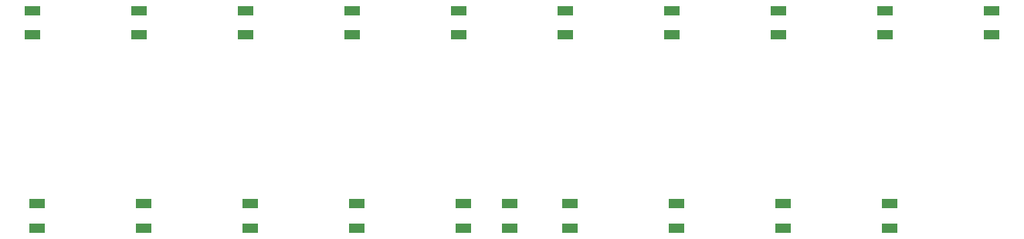
<source format=gtp>
G04*
G04 #@! TF.GenerationSoftware,Altium Limited,Altium Designer,20.1.14 (287)*
G04*
G04 Layer_Color=8421504*
%FSLAX25Y25*%
%MOIN*%
G70*
G04*
G04 #@! TF.SameCoordinates,283F559E-812C-43F7-8757-F5CE0260A4F6*
G04*
G04*
G04 #@! TF.FilePolarity,Positive*
G04*
G01*
G75*
%ADD13R,0.07008X0.04488*%
D13*
X172000Y129528D02*
D03*
Y140000D02*
D03*
X356000Y129528D02*
D03*
Y140000D02*
D03*
X36000Y56472D02*
D03*
Y46000D02*
D03*
X220000Y56472D02*
D03*
Y46000D02*
D03*
X404000Y56472D02*
D03*
Y46000D02*
D03*
X34000Y140000D02*
D03*
Y129528D02*
D03*
X80000D02*
D03*
Y140000D02*
D03*
X126000Y129528D02*
D03*
Y140000D02*
D03*
X218000Y129528D02*
D03*
Y140000D02*
D03*
X264000Y129528D02*
D03*
Y140000D02*
D03*
X448000Y129528D02*
D03*
Y140000D02*
D03*
X128000Y56472D02*
D03*
Y46000D02*
D03*
X174000Y56472D02*
D03*
Y46000D02*
D03*
X240000Y56472D02*
D03*
Y46000D02*
D03*
X266000Y56472D02*
D03*
Y46000D02*
D03*
X312000Y56472D02*
D03*
Y46000D02*
D03*
X358000Y56472D02*
D03*
Y46000D02*
D03*
X402000Y129528D02*
D03*
Y140000D02*
D03*
X310000Y129528D02*
D03*
Y140000D02*
D03*
X82000Y56472D02*
D03*
Y46000D02*
D03*
M02*

</source>
